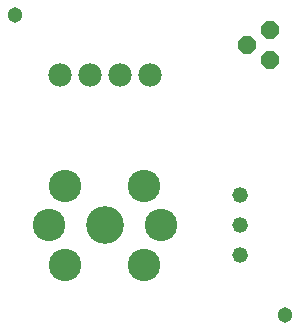
<source format=gts>
G75*
G70*
%OFA0B0*%
%FSLAX24Y24*%
%IPPOS*%
%LPD*%
%AMOC8*
5,1,8,0,0,1.08239X$1,22.5*
%
%ADD10C,0.0513*%
%ADD11OC8,0.0600*%
%ADD12C,0.1080*%
%ADD13C,0.1261*%
%ADD14C,0.0780*%
%ADD15C,0.0520*%
D10*
X001100Y011147D03*
X010100Y001147D03*
D11*
X009600Y009647D03*
X008850Y010147D03*
X009600Y010647D03*
D12*
X002781Y002828D03*
X002230Y004147D03*
X002781Y005466D03*
X005419Y005466D03*
X005970Y004147D03*
X005419Y002828D03*
D13*
X004100Y004147D03*
D14*
X003600Y009147D03*
X002600Y009147D03*
X004600Y009147D03*
X005600Y009147D03*
D15*
X008600Y005147D03*
X008600Y004147D03*
X008600Y003147D03*
M02*

</source>
